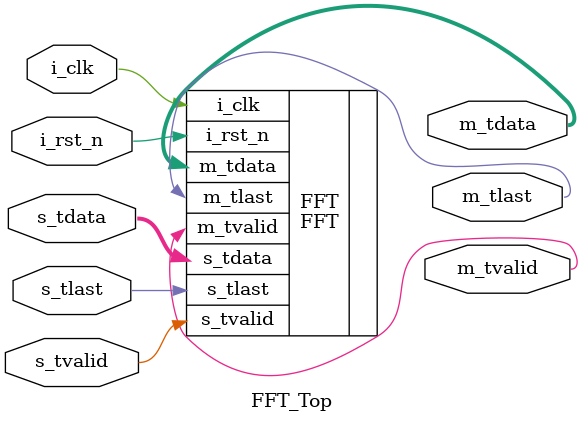
<source format=v>
`timescale 1ns / 1ps

module FFT_Top(
    input  wire i_rst_n,
	input  wire i_clk,
	
	input  wire        s_tvalid,
	input  wire [31:0] s_tdata,
	input  wire        s_tlast,

	
	output wire        m_tvalid,
	output wire        m_tlast ,
	output wire [63:0] m_tdata 
);
    
FFT#()
    FFT(
    .i_clk    (i_clk),
    .i_rst_n  (i_rst_n),
    
    .s_tdata  (s_tdata),
    .s_tvalid (s_tvalid),
    .s_tlast  (s_tlast),
    
    .m_tvalid (m_tvalid),
    .m_tlast  (m_tlast),
    .m_tdata  (m_tdata)
  );
  
endmodule

</source>
